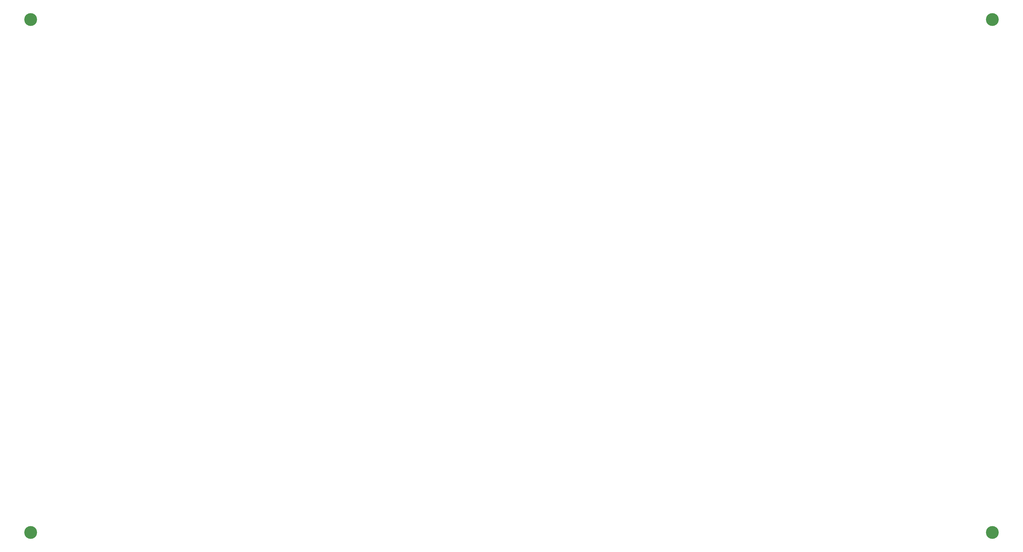
<source format=gbr>
%TF.GenerationSoftware,KiCad,Pcbnew,(5.99.0-12218-g749d2d5987)*%
%TF.CreationDate,2021-09-15T17:58:56+03:00*%
%TF.ProjectId,stend_main_stencil,7374656e-645f-46d6-9169-6e5f7374656e,rev*%
%TF.SameCoordinates,PX258bd10PYee998b0*%
%TF.FileFunction,Soldermask,Bot*%
%TF.FilePolarity,Negative*%
%FSLAX46Y46*%
G04 Gerber Fmt 4.6, Leading zero omitted, Abs format (unit mm)*
G04 Created by KiCad (PCBNEW (5.99.0-12218-g749d2d5987)) date 2021-09-15 17:58:56*
%MOMM*%
%LPD*%
G01*
G04 APERTURE LIST*
%ADD10C,4.000000*%
G04 APERTURE END LIST*
D10*
%TO.C,PCB1*%
X305000000Y175000000D03*
X5000000Y15000000D03*
X5000000Y175000000D03*
X305000000Y15000000D03*
%TD*%
M02*

</source>
